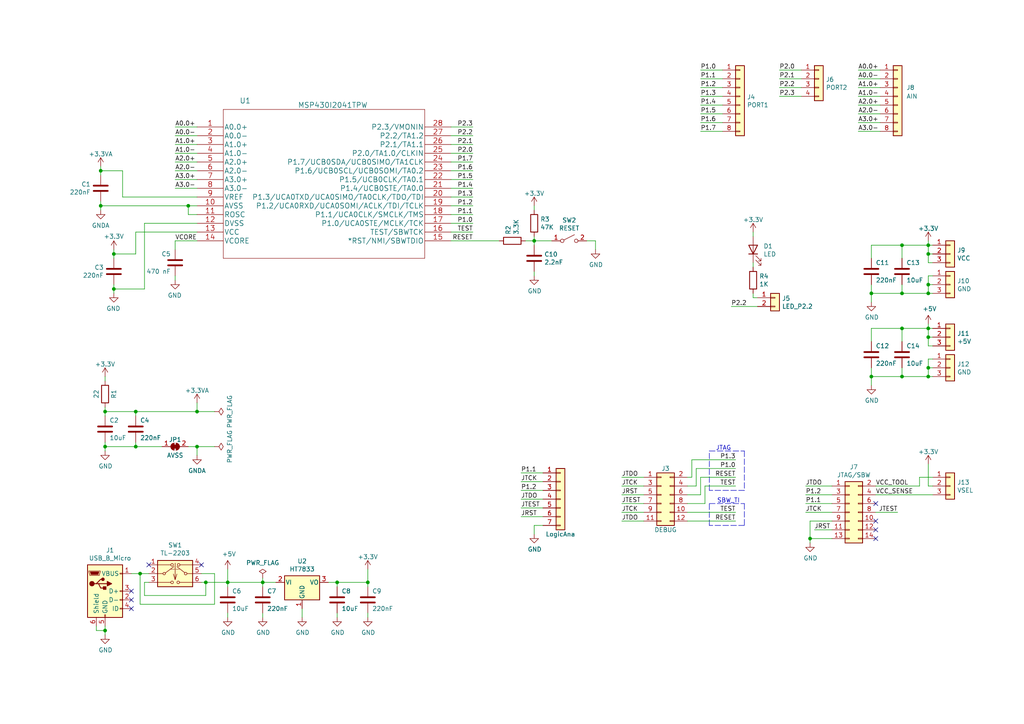
<source format=kicad_sch>
(kicad_sch (version 20211123) (generator eeschema)
  (paper "A4")
  (title_block (title "MSP430I2041 Proto board") (date "2022-09-14") (rev "1.0") (company "Mathias Gruber"))
  (lib_symbols
    (symbol "Connector:USB_B_Micro" (pin_names (offset 1.016))
      (property "Reference" "J" (at -5.08 11.43 0))
      (property "Value" "USB_B_Micro" (at -5.08 8.89 0))
      (symbol "USB_B_Micro_1_1"
        (pin power_out line (at 7.62 5.08 180) (length 2.54) (name "VBUS") (number "1"))
        (pin bidirectional line (at 7.62 -2.54 180) (length 2.54) (name "D-") (number "2"))
        (pin bidirectional line (at 7.62 0 180) (length 2.54) (name "D+") (number "3"))
        (pin passive line (at 7.62 -5.08 180) (length 2.54) (name "ID") (number "4"))
        (pin power_out line (at 0 -10.16 90) (length 2.54) (name "GND") (number "5"))
        (pin passive line (at -2.54 -10.16 90) (length 2.54) (name "Shield") (number "6"))
      )
    )
    (symbol "Connector_Generic:Conn_01x02" (pin_names (offset 1.016) hide)
      (property "Reference" "J" (at 0 2.54 0))
      (property "Value" "Conn_01x02" (at 0 -5.08 0))
      (symbol "Conn_01x02_1_1"
        (pin passive line (at -5.08 0 0) (length 3.81) (name "Pin_1") (number "1"))
        (pin passive line (at -5.08 -2.54 0) (length 3.81) (name "Pin_2") (number "2"))
      )
    )
    (symbol "Connector_Generic:Conn_01x03" (pin_names (offset 1.016) hide)
      (property "Reference" "J" (at 0 5.08 0))
      (property "Value" "Conn_01x03" (at 0 -5.08 0))
      (symbol "Conn_01x03_1_1"
        (pin passive line (at -5.08 2.54 0) (length 3.81) (name "Pin_1") (number "1"))
        (pin passive line (at -5.08 0 0) (length 3.81) (name "Pin_2") (number "2"))
        (pin passive line (at -5.08 -2.54 0) (length 3.81) (name "Pin_3") (number "3"))
      )
    )
    (symbol "Connector_Generic:Conn_01x04" (pin_names (offset 1.016) hide)
      (property "Reference" "J" (at 0 5.08 0))
      (property "Value" "Conn_01x04" (at 0 -7.62 0))
      (symbol "Conn_01x04_1_1"
        (pin passive line (at -5.08 2.54 0) (length 3.81) (name "Pin_1") (number "1"))
        (pin passive line (at -5.08 0 0) (length 3.81) (name "Pin_2") (number "2"))
        (pin passive line (at -5.08 -2.54 0) (length 3.81) (name "Pin_3") (number "3"))
        (pin passive line (at -5.08 -5.08 0) (length 3.81) (name "Pin_4") (number "4"))
      )
    )
    (symbol "Connector_Generic:Conn_01x07" (pin_names (offset 1.016) hide)
      (property "Reference" "J" (at 0 10.16 0))
      (property "Value" "Conn_01x07" (at 0 -10.16 0))
      (symbol "Conn_01x07_1_1"
        (pin passive line (at -5.08 7.62 0) (length 3.81) (name "Pin_1") (number "1"))
        (pin passive line (at -5.08 5.08 0) (length 3.81) (name "Pin_2") (number "2"))
        (pin passive line (at -5.08 2.54 0) (length 3.81) (name "Pin_3") (number "3"))
        (pin passive line (at -5.08 0 0) (length 3.81) (name "Pin_4") (number "4"))
        (pin passive line (at -5.08 -2.54 0) (length 3.81) (name "Pin_5") (number "5"))
        (pin passive line (at -5.08 -5.08 0) (length 3.81) (name "Pin_6") (number "6"))
        (pin passive line (at -5.08 -7.62 0) (length 3.81) (name "Pin_7") (number "7"))
      )
    )
    (symbol "Connector_Generic:Conn_01x08" (pin_names (offset 1.016) hide)
      (property "Reference" "J" (at 0 10.16 0))
      (property "Value" "Conn_01x08" (at 0 -12.7 0))
      (symbol "Conn_01x08_1_1"
        (pin passive line (at -5.08 7.62 0) (length 3.81) (name "Pin_1") (number "1"))
        (pin passive line (at -5.08 5.08 0) (length 3.81) (name "Pin_2") (number "2"))
        (pin passive line (at -5.08 2.54 0) (length 3.81) (name "Pin_3") (number "3"))
        (pin passive line (at -5.08 0 0) (length 3.81) (name "Pin_4") (number "4"))
        (pin passive line (at -5.08 -2.54 0) (length 3.81) (name "Pin_5") (number "5"))
        (pin passive line (at -5.08 -5.08 0) (length 3.81) (name "Pin_6") (number "6"))
        (pin passive line (at -5.08 -7.62 0) (length 3.81) (name "Pin_7") (number "7"))
        (pin passive line (at -5.08 -10.16 0) (length 3.81) (name "Pin_8") (number "8"))
      )
    )
    (symbol "Connector_Generic:Conn_02x06_Odd_Even" (pin_names (offset 1.016) hide)
      (property "Reference" "J" (at 1.27 7.62 0))
      (property "Value" "Conn_02x06_Odd_Even" (at 1.27 -10.16 0))
      (symbol "Conn_02x06_Odd_Even_1_1"
        (pin passive line (at -5.08 5.08 0) (length 3.81) (name "Pin_1") (number "1"))
        (pin passive line (at 7.62 -5.08 180) (length 3.81) (name "Pin_10") (number "10"))
        (pin passive line (at -5.08 -7.62 0) (length 3.81) (name "Pin_11") (number "11"))
        (pin passive line (at 7.62 -7.62 180) (length 3.81) (name "Pin_12") (number "12"))
        (pin passive line (at 7.62 5.08 180) (length 3.81) (name "Pin_2") (number "2"))
        (pin passive line (at -5.08 2.54 0) (length 3.81) (name "Pin_3") (number "3"))
        (pin passive line (at 7.62 2.54 180) (length 3.81) (name "Pin_4") (number "4"))
        (pin passive line (at -5.08 0 0) (length 3.81) (name "Pin_5") (number "5"))
        (pin passive line (at 7.62 0 180) (length 3.81) (name "Pin_6") (number "6"))
        (pin passive line (at -5.08 -2.54 0) (length 3.81) (name "Pin_7") (number "7"))
        (pin passive line (at 7.62 -2.54 180) (length 3.81) (name "Pin_8") (number "8"))
        (pin passive line (at -5.08 -5.08 0) (length 3.81) (name "Pin_9") (number "9"))
      )
    )
    (symbol "Connector_Generic:Conn_02x07_Odd_Even" (pin_names (offset 1.016) hide)
      (property "Reference" "J" (at 1.27 10.16 0))
      (property "Value" "Conn_02x07_Odd_Even" (at 1.27 -10.16 0))
      (symbol "Conn_02x07_Odd_Even_1_1"
        (pin passive line (at -5.08 7.62 0) (length 3.81) (name "Pin_1") (number "1"))
        (pin passive line (at 7.62 -2.54 180) (length 3.81) (name "Pin_10") (number "10"))
        (pin passive line (at -5.08 -5.08 0) (length 3.81) (name "Pin_11") (number "11"))
        (pin passive line (at 7.62 -5.08 180) (length 3.81) (name "Pin_12") (number "12"))
        (pin passive line (at -5.08 -7.62 0) (length 3.81) (name "Pin_13") (number "13"))
        (pin passive line (at 7.62 -7.62 180) (length 3.81) (name "Pin_14") (number "14"))
        (pin passive line (at 7.62 7.62 180) (length 3.81) (name "Pin_2") (number "2"))
        (pin passive line (at -5.08 5.08 0) (length 3.81) (name "Pin_3") (number "3"))
        (pin passive line (at 7.62 5.08 180) (length 3.81) (name "Pin_4") (number "4"))
        (pin passive line (at -5.08 2.54 0) (length 3.81) (name "Pin_5") (number "5"))
        (pin passive line (at 7.62 2.54 180) (length 3.81) (name "Pin_6") (number "6"))
        (pin passive line (at -5.08 0 0) (length 3.81) (name "Pin_7") (number "7"))
        (pin passive line (at 7.62 0 180) (length 3.81) (name "Pin_8") (number "8"))
        (pin passive line (at -5.08 -2.54 0) (length 3.81) (name "Pin_9") (number "9"))
      )
    )
    (symbol "Device:C" (pin_numbers hide) (pin_names (offset 0.254))
      (property "Reference" "C" (at 0.635 2.54 0))
      (property "Value" "C" (at 0.635 -2.54 0))
      (symbol "C_1_1"
        (pin passive line (at 0 3.81 270) (length 2.794) (name "~") (number "1"))
        (pin passive line (at 0 -3.81 90) (length 2.794) (name "~") (number "2"))
      )
    )
    (symbol "Device:LED" (pin_numbers hide) (pin_names (offset 1.016) hide)
      (property "Reference" "D" (at 0 2.54 0))
      (property "Value" "LED" (at 0 -2.54 0))
      (symbol "LED_1_1"
        (pin passive line (at -3.81 0 0) (length 2.54) (name "K") (number "1"))
        (pin passive line (at 3.81 0 180) (length 2.54) (name "A") (number "2"))
      )
    )
    (symbol "Device:R" (pin_numbers hide) (pin_names (offset 0))
      (property "Reference" "R" (at 2.032 0 90))
      (property "Value" "R" (at 0 0 90))
      (symbol "R_1_1"
        (pin passive line (at 0 3.81 270) (length 1.27) (name "~") (number "1"))
        (pin passive line (at 0 -3.81 90) (length 1.27) (name "~") (number "2"))
      )
    )
    (symbol "Jumper:SolderJumper_2_Bridged" (pin_names (offset 0) hide)
      (property "Reference" "JP" (at 0 2.032 0))
      (property "Value" "SolderJumper_2_Bridged" (at 0 -2.54 0))
      (symbol "SolderJumper_2_Bridged_1_1"
        (pin passive line (at -3.81 0 0) (length 2.54) (name "A") (number "1"))
        (pin passive line (at 3.81 0 180) (length 2.54) (name "B") (number "2"))
      )
    )
    (symbol "MSP430I2031TPW:MSP430I2041TPW" (pin_names (offset 0.254))
      (property "Reference" "U" (at 15.24 6.35 0))
      (property "Value" "MSP430I2041TPW" (at 38.1 7.62 0))
      (symbol "MSP430I2041TPW_1_1"
        (pin input line (at 0 0 0) (length 7.62) (name "A0.0+") (number "1"))
        (pin power_in line (at 0 -22.86 0) (length 7.62) (name "AVSS") (number "10"))
        (pin input line (at 0 -25.4 0) (length 7.62) (name "ROSC") (number "11"))
        (pin power_in line (at 0 -27.94 0) (length 7.62) (name "DVSS") (number "12"))
        (pin power_in line (at 0 -30.48 0) (length 7.62) (name "VCC") (number "13"))
        (pin power_out line (at 0 -33.02 0) (length 7.62) (name "VCORE") (number "14"))
        (pin bidirectional line (at 73.66 -33.02 180) (length 7.62) (name "*RST/NMI/SBWTDIO") (number "15"))
        (pin input line (at 73.66 -30.48 180) (length 7.62) (name "TEST/SBWTCK") (number "16"))
        (pin bidirectional line (at 73.66 -27.94 180) (length 7.62) (name "P1.0/UCA0STE/MCLK/TCK") (number "17"))
        (pin bidirectional line (at 73.66 -25.4 180) (length 7.62) (name "P1.1/UCA0CLK/SMCLK/TMS") (number "18"))
        (pin bidirectional line (at 73.66 -22.86 180) (length 7.62) (name "P1.2/UCA0RXD/UCA0SOMI/ACLK/TDI/TCLK") (number "19"))
        (pin input line (at 0 -2.54 0) (length 7.62) (name "A0.0-") (number "2"))
        (pin bidirectional line (at 73.66 -20.32 180) (length 7.62) (name "P1.3/UCA0TXD/UCA0SIMO/TA0CLK/TDO/TDI") (number "20"))
        (pin bidirectional line (at 73.66 -17.78 180) (length 7.62) (name "P1.4/UCB0STE/TA0.0") (number "21"))
        (pin bidirectional line (at 73.66 -15.24 180) (length 7.62) (name "P1.5/UCB0CLK/TA0.1") (number "22"))
        (pin bidirectional line (at 73.66 -12.7 180) (length 7.62) (name "P1.6/UCB0SCL/UCB0SOMI/TA0.2") (number "23"))
        (pin bidirectional line (at 73.66 -10.16 180) (length 7.62) (name "P1.7/UCB0SDA/UCB0SIMO/TA1CLK") (number "24"))
        (pin bidirectional line (at 73.66 -7.62 180) (length 7.62) (name "P2.0/TA1.0/CLKIN") (number "25"))
        (pin bidirectional line (at 73.66 -5.08 180) (length 7.62) (name "P2.1/TA1.1") (number "26"))
        (pin bidirectional line (at 73.66 -2.54 180) (length 7.62) (name "P2.2/TA1.2") (number "27"))
        (pin bidirectional line (at 73.66 0 180) (length 7.62) (name "P2.3/VMONIN") (number "28"))
        (pin input line (at 0 -5.08 0) (length 7.62) (name "A1.0+") (number "3"))
        (pin input line (at 0 -7.62 0) (length 7.62) (name "A1.0-") (number "4"))
        (pin input line (at 0 -10.16 0) (length 7.62) (name "A2.0+") (number "5"))
        (pin input line (at 0 -12.7 0) (length 7.62) (name "A2.0-") (number "6"))
        (pin input line (at 0 -15.24 0) (length 7.62) (name "A3.0+") (number "7"))
        (pin input line (at 0 -17.78 0) (length 7.62) (name "A3.0-") (number "8"))
        (pin power_in line (at 0 -20.32 0) (length 7.62) (name "VREF") (number "9"))
      )
    )
    (symbol "Regulator_Linear:MCP1703A-3302_SOT89" (pin_names (offset 0.254))
      (property "Reference" "U" (at -3.81 3.175 0))
      (property "Value" "MCP1703A-3302_SOT89" (at 0 3.175 0))
      (symbol "MCP1703A-3302_SOT89_1_1"
        (pin power_in line (at 0 -7.62 90) (length 2.54) (name "GND") (number "1"))
        (pin power_in line (at -7.62 0 0) (length 2.54) (name "VI") (number "2"))
        (pin power_out line (at 7.62 0 180) (length 2.54) (name "VO") (number "3"))
      )
    )
    (symbol "Switch:SW_SPST" (pin_names (offset 0) hide)
      (property "Reference" "SW" (at 0 3.175 0))
      (property "Value" "SW_SPST" (at 0 -2.54 0))
      (symbol "SW_SPST_1_1"
        (pin passive line (at -5.08 0 0) (length 2.54) (name "A") (number "1"))
        (pin passive line (at 5.08 0 180) (length 2.54) (name "B") (number "2"))
      )
    )
    (symbol "TL-2203:TL-2203" (pin_names (offset 1.016))
      (property "Reference" "SW" (at -2.667 4.953 0))
      (property "Value" "TL-2203" (at -3.81 -5.08 0))
      (symbol "TL-2203_1_1"
        (pin passive line (at -7.62 2.54 0) (length 2.54) (name "~") (number "1"))
        (pin passive line (at -7.62 0 0) (length 2.54) (name "~") (number "2"))
        (pin passive line (at -7.62 -2.54 0) (length 2.54) (name "~") (number "3"))
        (pin passive line (at 7.62 2.54 180) (length 2.54) (name "~") (number "4"))
        (pin passive line (at 7.62 0 180) (length 2.54) (name "~") (number "5"))
        (pin passive line (at 7.62 -2.54 180) (length 2.54) (name "~") (number "6"))
      )
    )
    (symbol "power:+3.3V" (power) (pin_names (offset 0))
      (property "Value" "+3.3V" (at 0 3.556 0))
      (symbol "+3.3V_1_1"
        (pin power_in line (at 0 0 90) (length 0) hide (name "+3.3V") (number "1"))
      )
    )
    (symbol "power:+3.3VA" (power) (pin_names (offset 0))
      (property "Value" "+3.3VA" (at 0 3.556 0))
      (symbol "+3.3VA_1_1"
        (pin power_in line (at 0 0 90) (length 0) hide (name "+3.3VA") (number "1"))
      )
    )
    (symbol "power:+5V" (power) (pin_names (offset 0))
      (property "Value" "+5V" (at 0 3.556 0))
      (symbol "+5V_1_1"
        (pin power_in line (at 0 0 90) (length 0) hide (name "+5V") (number "1"))
      )
    )
    (symbol "power:GND" (power) (pin_names (offset 0))
      (property "Value" "GND" (at 0 -3.81 0))
      (symbol "GND_1_1"
        (pin power_in line (at 0 0 270) (length 0) hide (name "GND") (number "1"))
      )
    )
    (symbol "power:GNDA" (power) (pin_names (offset 0))
      (property "Value" "GNDA" (at 0 -3.81 0))
      (symbol "GNDA_1_1"
        (pin power_in line (at 0 0 270) (length 0) hide (name "GNDA") (number "1"))
      )
    )
    (symbol "power:PWR_FLAG" (power) (pin_numbers hide) (pin_names (offset 0) hide)
      (property "Value" "PWR_FLAG" (at 0 3.81 0))
      (symbol "PWR_FLAG_0_0"
        (pin power_out line (at 0 0 90) (length 0) (name "pwr") (number "1"))
      )
    )
  )
  (junction (at 261.62 109.22))
  (junction (at 29.21 49.53))
  (junction (at 40.64 166.37))
  (junction (at 54.61 59.69))
  (junction (at 261.62 85.09))
  (junction (at 59.69 168.91))
  (junction (at 57.15 129.54))
  (junction (at 252.73 109.22))
  (junction (at 29.21 59.69))
  (junction (at 252.73 85.09))
  (junction (at 269.24 109.22))
  (junction (at 106.68 168.91))
  (junction (at 30.48 129.54))
  (junction (at 269.24 95.25))
  (junction (at 269.24 106.68))
  (junction (at 66.04 168.91))
  (junction (at 261.62 95.25))
  (junction (at 57.15 119.38))
  (junction (at 234.95 156.21))
  (junction (at 269.24 82.55))
  (junction (at 154.94 69.85))
  (junction (at 269.24 85.09))
  (junction (at 33.02 83.82))
  (junction (at 97.79 168.91))
  (junction (at 269.24 73.66))
  (junction (at 30.48 182.88))
  (junction (at 269.24 97.79))
  (junction (at 261.62 71.12))
  (junction (at 39.37 119.38))
  (junction (at 39.37 129.54))
  (junction (at 269.24 71.12))
  (junction (at 33.02 73.66))
  (junction (at 30.48 119.38))
  (junction (at 76.2 168.91))
  (no_connect (at 254 146.05))
  (no_connect (at 38.1 176.53))
  (no_connect (at 254 151.13))
  (no_connect (at 43.18 163.83))
  (no_connect (at 38.1 173.99))
  (no_connect (at 38.1 171.45))
  (no_connect (at 58.42 163.83))
  (no_connect (at 254 153.67))
  (no_connect (at 254 156.21))
  (wire (pts (xy 151.13 139.7) (xy 157.48 139.7)))
  (wire (pts (xy 57.15 119.38) (xy 62.23 119.38)))
  (wire (pts (xy 41.91 168.91) (xy 41.91 172.72)))
  (wire (pts (xy 57.15 49.53) (xy 50.8 49.53)))
  (wire (pts (xy 39.37 120.65) (xy 39.37 119.38)))
  (wire (pts (xy 30.48 130.81) (xy 30.48 129.54)))
  (wire (pts (xy 270.51 85.09) (xy 269.24 85.09)))
  (wire (pts (xy 29.21 49.53) (xy 35.56 49.53)))
  (wire (pts (xy 130.81 62.23) (xy 137.16 62.23)))
  (wire (pts (xy 199.39 148.59) (xy 213.36 148.59)))
  (wire (pts (xy 269.24 95.25) (xy 269.24 97.79)))
  (wire (pts (xy 218.44 77.47) (xy 218.44 76.2)))
  (wire (pts (xy 218.44 85.09) (xy 218.44 86.36)))
  (wire (pts (xy 232.41 20.32) (xy 226.06 20.32)))
  (wire (pts (xy 269.24 95.25) (xy 261.62 95.25)))
  (wire (pts (xy 59.69 168.91) (xy 66.04 168.91)))
  (wire (pts (xy 270.51 95.25) (xy 269.24 95.25)))
  (wire (pts (xy 130.81 67.31) (xy 137.16 67.31)))
  (polyline (pts (xy 205.74 130.81) (xy 215.9 130.81)))
  (wire (pts (xy 270.51 109.22) (xy 269.24 109.22)))
  (wire (pts (xy 39.37 129.54) (xy 30.48 129.54)))
  (wire (pts (xy 236.22 153.67) (xy 241.3 153.67)))
  (wire (pts (xy 203.2 138.43) (xy 213.36 138.43)))
  (wire (pts (xy 151.13 137.16) (xy 157.48 137.16)))
  (wire (pts (xy 106.68 168.91) (xy 106.68 165.1)))
  (wire (pts (xy 59.69 168.91) (xy 58.42 168.91)))
  (wire (pts (xy 261.62 85.09) (xy 252.73 85.09)))
  (wire (pts (xy 66.04 170.18) (xy 66.04 168.91)))
  (wire (pts (xy 266.7 138.43) (xy 266.7 140.97)))
  (wire (pts (xy 270.51 73.66) (xy 269.24 73.66)))
  (wire (pts (xy 62.23 175.26) (xy 40.64 175.26)))
  (wire (pts (xy 269.24 106.68) (xy 269.24 109.22)))
  (wire (pts (xy 130.81 54.61) (xy 137.16 54.61)))
  (wire (pts (xy 201.93 135.89) (xy 213.36 135.89)))
  (polyline (pts (xy 215.9 146.05) (xy 215.9 152.4)))
  (wire (pts (xy 261.62 82.55) (xy 261.62 85.09)))
  (wire (pts (xy 180.34 138.43) (xy 186.69 138.43)))
  (wire (pts (xy 97.79 177.8) (xy 97.79 179.07)))
  (wire (pts (xy 255.27 33.02) (xy 248.92 33.02)))
  (wire (pts (xy 57.15 129.54) (xy 62.23 129.54)))
  (polyline (pts (xy 205.74 142.24) (xy 205.74 130.81)))
  (wire (pts (xy 57.15 119.38) (xy 57.15 116.84)))
  (wire (pts (xy 204.47 146.05) (xy 204.47 140.97)))
  (wire (pts (xy 29.21 58.42) (xy 29.21 59.69)))
  (wire (pts (xy 203.2 143.51) (xy 203.2 138.43)))
  (wire (pts (xy 157.48 147.32) (xy 151.13 147.32)))
  (wire (pts (xy 209.55 27.94) (xy 203.2 27.94)))
  (wire (pts (xy 57.15 64.77) (xy 41.91 64.77)))
  (wire (pts (xy 200.66 138.43) (xy 200.66 133.35)))
  (wire (pts (xy 27.94 182.88) (xy 30.48 182.88)))
  (wire (pts (xy 57.15 52.07) (xy 50.8 52.07)))
  (wire (pts (xy 180.34 140.97) (xy 186.69 140.97)))
  (wire (pts (xy 59.69 172.72) (xy 59.69 168.91)))
  (wire (pts (xy 106.68 177.8) (xy 106.68 179.07)))
  (wire (pts (xy 27.94 181.61) (xy 27.94 182.88)))
  (wire (pts (xy 209.55 33.02) (xy 203.2 33.02)))
  (wire (pts (xy 234.95 156.21) (xy 234.95 157.48)))
  (wire (pts (xy 97.79 168.91) (xy 95.25 168.91)))
  (wire (pts (xy 29.21 59.69) (xy 54.61 59.69)))
  (wire (pts (xy 269.24 69.85) (xy 269.24 71.12)))
  (wire (pts (xy 269.24 73.66) (xy 269.24 76.2)))
  (wire (pts (xy 40.64 166.37) (xy 43.18 166.37)))
  (wire (pts (xy 41.91 64.77) (xy 41.91 83.82)))
  (polyline (pts (xy 205.74 152.4) (xy 205.74 146.05)))
  (wire (pts (xy 172.72 69.85) (xy 172.72 72.39)))
  (wire (pts (xy 209.55 38.1) (xy 203.2 38.1)))
  (wire (pts (xy 54.61 129.54) (xy 57.15 129.54)))
  (wire (pts (xy 241.3 151.13) (xy 234.95 151.13)))
  (wire (pts (xy 39.37 119.38) (xy 30.48 119.38)))
  (wire (pts (xy 261.62 99.06) (xy 261.62 95.25)))
  (wire (pts (xy 199.39 151.13) (xy 213.36 151.13)))
  (wire (pts (xy 58.42 166.37) (xy 62.23 166.37)))
  (wire (pts (xy 199.39 138.43) (xy 200.66 138.43)))
  (wire (pts (xy 261.62 95.25) (xy 252.73 95.25)))
  (wire (pts (xy 76.2 177.8) (xy 76.2 179.07)))
  (wire (pts (xy 33.02 73.66) (xy 33.02 74.93)))
  (wire (pts (xy 241.3 156.21) (xy 234.95 156.21)))
  (wire (pts (xy 254 140.97) (xy 266.7 140.97)))
  (wire (pts (xy 241.3 143.51) (xy 233.68 143.51)))
  (wire (pts (xy 130.81 57.15) (xy 137.16 57.15)))
  (wire (pts (xy 255.27 25.4) (xy 248.92 25.4)))
  (wire (pts (xy 160.02 69.85) (xy 154.94 69.85)))
  (wire (pts (xy 157.48 152.4) (xy 154.94 152.4)))
  (wire (pts (xy 255.27 35.56) (xy 248.92 35.56)))
  (wire (pts (xy 50.8 69.85) (xy 50.8 72.39)))
  (wire (pts (xy 180.34 143.51) (xy 186.69 143.51)))
  (wire (pts (xy 62.23 166.37) (xy 62.23 175.26)))
  (wire (pts (xy 76.2 170.18) (xy 76.2 168.91)))
  (wire (pts (xy 39.37 67.31) (xy 39.37 73.66)))
  (wire (pts (xy 66.04 168.91) (xy 76.2 168.91)))
  (wire (pts (xy 269.24 109.22) (xy 261.62 109.22)))
  (wire (pts (xy 154.94 69.85) (xy 154.94 71.12)))
  (wire (pts (xy 209.55 30.48) (xy 203.2 30.48)))
  (wire (pts (xy 255.27 22.86) (xy 248.92 22.86)))
  (wire (pts (xy 76.2 168.91) (xy 80.01 168.91)))
  (polyline (pts (xy 205.74 146.05) (xy 215.9 146.05)))
  (wire (pts (xy 255.27 30.48) (xy 248.92 30.48)))
  (wire (pts (xy 254 143.51) (xy 270.51 143.51)))
  (wire (pts (xy 270.51 104.14) (xy 269.24 104.14)))
  (wire (pts (xy 199.39 140.97) (xy 201.93 140.97)))
  (wire (pts (xy 218.44 68.58) (xy 218.44 67.31)))
  (wire (pts (xy 29.21 48.26) (xy 29.21 49.53)))
  (wire (pts (xy 57.15 69.85) (xy 50.8 69.85)))
  (wire (pts (xy 29.21 59.69) (xy 29.21 60.96)))
  (wire (pts (xy 233.68 140.97) (xy 241.3 140.97)))
  (wire (pts (xy 269.24 93.98) (xy 269.24 95.25)))
  (wire (pts (xy 234.95 151.13) (xy 234.95 156.21)))
  (wire (pts (xy 39.37 119.38) (xy 57.15 119.38)))
  (wire (pts (xy 209.55 35.56) (xy 203.2 35.56)))
  (wire (pts (xy 269.24 97.79) (xy 269.24 100.33)))
  (wire (pts (xy 254 148.59) (xy 260.35 148.59)))
  (wire (pts (xy 269.24 80.01) (xy 269.24 82.55)))
  (wire (pts (xy 252.73 85.09) (xy 252.73 82.55)))
  (wire (pts (xy 270.51 71.12) (xy 269.24 71.12)))
  (wire (pts (xy 212.09 88.9) (xy 219.71 88.9)))
  (wire (pts (xy 199.39 143.51) (xy 203.2 143.51)))
  (wire (pts (xy 130.81 39.37) (xy 137.16 39.37)))
  (wire (pts (xy 130.81 36.83) (xy 137.16 36.83)))
  (wire (pts (xy 154.94 80.01) (xy 154.94 78.74)))
  (wire (pts (xy 200.66 133.35) (xy 213.36 133.35)))
  (wire (pts (xy 130.81 69.85) (xy 144.78 69.85)))
  (wire (pts (xy 57.15 41.91) (xy 50.8 41.91)))
  (wire (pts (xy 57.15 39.37) (xy 50.8 39.37)))
  (wire (pts (xy 270.51 82.55) (xy 269.24 82.55)))
  (wire (pts (xy 130.81 49.53) (xy 137.16 49.53)))
  (polyline (pts (xy 215.9 142.24) (xy 205.74 142.24)))
  (wire (pts (xy 87.63 176.53) (xy 87.63 179.07)))
  (wire (pts (xy 204.47 140.97) (xy 213.36 140.97)))
  (wire (pts (xy 154.94 152.4) (xy 154.94 154.94)))
  (wire (pts (xy 201.93 140.97) (xy 201.93 135.89)))
  (wire (pts (xy 232.41 25.4) (xy 226.06 25.4)))
  (polyline (pts (xy 215.9 130.81) (xy 215.9 142.24)))
  (wire (pts (xy 66.04 165.1) (xy 66.04 168.91)))
  (wire (pts (xy 261.62 74.93) (xy 261.62 71.12)))
  (wire (pts (xy 180.34 146.05) (xy 186.69 146.05)))
  (wire (pts (xy 137.16 41.91) (xy 130.81 41.91)))
  (wire (pts (xy 97.79 168.91) (xy 106.68 168.91)))
  (wire (pts (xy 209.55 25.4) (xy 203.2 25.4)))
  (wire (pts (xy 252.73 111.76) (xy 252.73 109.22)))
  (wire (pts (xy 269.24 104.14) (xy 269.24 106.68)))
  (wire (pts (xy 30.48 181.61) (xy 30.48 182.88)))
  (wire (pts (xy 130.81 44.45) (xy 137.16 44.45)))
  (wire (pts (xy 39.37 73.66) (xy 33.02 73.66)))
  (wire (pts (xy 252.73 87.63) (xy 252.73 85.09)))
  (wire (pts (xy 33.02 83.82) (xy 33.02 85.09)))
  (wire (pts (xy 269.24 140.97) (xy 269.24 134.62)))
  (wire (pts (xy 57.15 129.54) (xy 57.15 132.08)))
  (wire (pts (xy 270.51 97.79) (xy 269.24 97.79)))
  (wire (pts (xy 66.04 177.8) (xy 66.04 179.07)))
  (wire (pts (xy 252.73 95.25) (xy 252.73 99.06)))
  (wire (pts (xy 57.15 54.61) (xy 50.8 54.61)))
  (wire (pts (xy 54.61 62.23) (xy 54.61 59.69)))
  (wire (pts (xy 130.81 46.99) (xy 137.16 46.99)))
  (wire (pts (xy 130.81 64.77) (xy 137.16 64.77)))
  (wire (pts (xy 152.4 69.85) (xy 154.94 69.85)))
  (wire (pts (xy 30.48 109.22) (xy 30.48 110.49)))
  (wire (pts (xy 38.1 166.37) (xy 40.64 166.37)))
  (wire (pts (xy 97.79 170.18) (xy 97.79 168.91)))
  (wire (pts (xy 232.41 27.94) (xy 226.06 27.94)))
  (wire (pts (xy 232.41 22.86) (xy 226.06 22.86)))
  (wire (pts (xy 241.3 148.59) (xy 233.68 148.59)))
  (wire (pts (xy 29.21 49.53) (xy 29.21 50.8)))
  (wire (pts (xy 130.81 52.07) (xy 137.16 52.07)))
  (wire (pts (xy 40.64 166.37) (xy 40.64 175.26)))
  (wire (pts (xy 252.73 71.12) (xy 252.73 74.93)))
  (wire (pts (xy 30.48 119.38) (xy 30.48 120.65)))
  (wire (pts (xy 269.24 100.33) (xy 270.51 100.33)))
  (wire (pts (xy 270.51 140.97) (xy 269.24 140.97)))
  (wire (pts (xy 269.24 71.12) (xy 261.62 71.12)))
  (wire (pts (xy 170.18 69.85) (xy 172.72 69.85)))
  (wire (pts (xy 76.2 168.91) (xy 76.2 167.64)))
  (wire (pts (xy 270.51 106.68) (xy 269.24 106.68)))
  (wire (pts (xy 255.27 38.1) (xy 248.92 38.1)))
  (wire (pts (xy 35.56 57.15) (xy 35.56 49.53)))
  (wire (pts (xy 261.62 106.68) (xy 261.62 109.22)))
  (wire (pts (xy 106.68 168.91) (xy 106.68 170.18)))
  (wire (pts (xy 157.48 142.24) (xy 151.13 142.24)))
  (wire (pts (xy 209.55 22.86) (xy 203.2 22.86)))
  (wire (pts (xy 54.61 59.69) (xy 57.15 59.69)))
  (wire (pts (xy 255.27 20.32) (xy 248.92 20.32)))
  (wire (pts (xy 57.15 62.23) (xy 54.61 62.23)))
  (wire (pts (xy 57.15 57.15) (xy 35.56 57.15)))
  (wire (pts (xy 252.73 109.22) (xy 252.73 106.68)))
  (wire (pts (xy 266.7 138.43) (xy 270.51 138.43)))
  (wire (pts (xy 57.15 67.31) (xy 39.37 67.31)))
  (wire (pts (xy 261.62 71.12) (xy 252.73 71.12)))
  (wire (pts (xy 39.37 128.27) (xy 39.37 129.54)))
  (wire (pts (xy 57.15 44.45) (xy 50.8 44.45)))
  (wire (pts (xy 30.48 129.54) (xy 30.48 128.27)))
  (wire (pts (xy 255.27 27.94) (xy 248.92 27.94)))
  (wire (pts (xy 180.34 151.13) (xy 186.69 151.13)))
  (wire (pts (xy 269.24 85.09) (xy 261.62 85.09)))
  (wire (pts (xy 43.18 168.91) (xy 41.91 168.91)))
  (wire (pts (xy 33.02 82.55) (xy 33.02 83.82)))
  (wire (pts (xy 199.39 146.05) (xy 204.47 146.05)))
  (wire (pts (xy 270.51 80.01) (xy 269.24 80.01)))
  (wire (pts (xy 157.48 149.86) (xy 151.13 149.86)))
  (wire (pts (xy 154.94 60.96) (xy 154.94 59.69)))
  (wire (pts (xy 57.15 36.83) (xy 50.8 36.83)))
  (wire (pts (xy 130.81 59.69) (xy 137.16 59.69)))
  (wire (pts (xy 50.8 80.01) (xy 50.8 81.28)))
  (wire (pts (xy 261.62 109.22) (xy 252.73 109.22)))
  (wire (pts (xy 33.02 72.39) (xy 33.02 73.66)))
  (wire (pts (xy 209.55 20.32) (xy 203.2 20.32)))
  (polyline (pts (xy 215.9 152.4) (xy 205.74 152.4)))
  (wire (pts (xy 241.3 146.05) (xy 233.68 146.05)))
  (wire (pts (xy 157.48 144.78) (xy 151.13 144.78)))
  (wire (pts (xy 41.91 172.72) (xy 59.69 172.72)))
  (wire (pts (xy 46.99 129.54) (xy 39.37 129.54)))
  (wire (pts (xy 269.24 71.12) (xy 269.24 73.66)))
  (wire (pts (xy 30.48 182.88) (xy 30.48 184.15)))
  (wire (pts (xy 269.24 82.55) (xy 269.24 85.09)))
  (wire (pts (xy 154.94 68.58) (xy 154.94 69.85)))
  (wire (pts (xy 57.15 46.99) (xy 50.8 46.99)))
  (wire (pts (xy 269.24 76.2) (xy 270.51 76.2)))
  (wire (pts (xy 180.34 148.59) (xy 186.69 148.59)))
  (wire (pts (xy 219.71 86.36) (xy 218.44 86.36)))
  (wire (pts (xy 41.91 83.82) (xy 33.02 83.82)))
  (wire (pts (xy 30.48 118.11) (xy 30.48 119.38)))
  (text "SBW_TI" (at 214.63 146.05 180) (effects (font (size 1.27 1.27)) (justify right bottom)))
  (text "JTAG" (at 212.09 130.81 180) (effects (font (size 1.27 1.27)) (justify right bottom)))
  (label "P1.6" (at 203.2 35.56 0))
  (label "P1.7" (at 137.16 46.99 180))
  (label "P2.0" (at 137.16 44.45 180))
  (label "RESET" (at 213.36 151.13 180))
  (label "A2.0+" (at 248.92 30.48 0))
  (label "JTCK" (at 180.34 148.59 0))
  (label "TEST" (at 137.16 67.31 180))
  (label "P1.7" (at 203.2 38.1 0))
  (label "A3.0+" (at 50.8 52.07 0))
  (label "P1.3" (at 213.36 133.35 180))
  (label "JTDO" (at 180.34 151.13 0))
  (label "P1.0" (at 203.2 20.32 0))
  (label "JTCK" (at 151.13 139.7 0))
  (label "RESET" (at 137.16 69.85 180))
  (label "P1.1" (at 203.2 22.86 0))
  (label "P1.1" (at 233.68 146.05 0))
  (label "A1.0-" (at 50.8 44.45 0))
  (label "P1.5" (at 137.16 52.07 180))
  (label "P1.2" (at 233.68 143.51 0))
  (label "A1.0+" (at 248.92 25.4 0))
  (label "P2.3" (at 226.06 27.94 0))
  (label "P1.2" (at 203.2 25.4 0))
  (label "A3.0-" (at 50.8 54.61 0))
  (label "P1.5" (at 203.2 33.02 0))
  (label "A2.0-" (at 248.92 33.02 0))
  (label "P2.2" (at 226.06 25.4 0))
  (label "JRST" (at 151.13 149.86 0))
  (label "JRST" (at 236.22 153.67 0))
  (label "P2.1" (at 226.06 22.86 0))
  (label "VCC_SENSE" (at 254 143.51 0))
  (label "A1.0+" (at 50.8 41.91 0))
  (label "JTDO" (at 233.68 140.97 0))
  (label "A0.0+" (at 50.8 36.83 0))
  (label "A3.0-" (at 248.92 38.1 0))
  (label "P1.0" (at 213.36 135.89 180))
  (label "TEST" (at 213.36 140.97 180))
  (label "A3.0+" (at 248.92 35.56 0))
  (label "JTEST" (at 260.35 148.59 180))
  (label "VCORE" (at 50.8 69.85 0))
  (label "A0.0-" (at 248.92 22.86 0))
  (label "JTCK" (at 180.34 140.97 0))
  (label "P1.1" (at 151.13 137.16 0))
  (label "JTDO" (at 151.13 144.78 0))
  (label "A0.0+" (at 248.92 20.32 0))
  (label "P1.2" (at 151.13 142.24 0))
  (label "JTEST" (at 180.34 146.05 0))
  (label "VCC_TOOL" (at 254 140.97 0))
  (label "JTDO" (at 180.34 138.43 0))
  (label "P1.4" (at 137.16 54.61 180))
  (label "P1.6" (at 137.16 49.53 180))
  (label "A2.0-" (at 50.8 49.53 0))
  (label "JTEST" (at 151.13 147.32 0))
  (label "P2.2" (at 212.09 88.9 0))
  (label "JTCK" (at 233.68 148.59 0))
  (label "P1.2" (at 137.16 59.69 180))
  (label "A0.0-" (at 50.8 39.37 0))
  (label "P1.3" (at 137.16 57.15 180))
  (label "P2.1" (at 137.16 41.91 180))
  (label "P1.1" (at 137.16 62.23 180))
  (label "JRST" (at 180.34 143.51 0))
  (label "TEST" (at 213.36 148.59 180))
  (label "P1.4" (at 203.2 30.48 0))
  (label "RESET" (at 213.36 138.43 180))
  (label "P1.3" (at 203.2 27.94 0))
  (label "A2.0+" (at 50.8 46.99 0))
  (label "A1.0-" (at 248.92 27.94 0))
  (label "P2.0" (at 226.06 20.32 0))
  (label "P2.2" (at 137.16 39.37 180))
  (label "P1.0" (at 137.16 64.77 180))
  (label "P2.3" (at 137.16 36.83 180))
  (symbol (lib_id "Connector:USB_B_Micro") (at 30.48 171.45 0) (unit 1)
    (property "Reference" "J1" (at 31.9278 159.5882 0))
    (property "Value" "USB_B_Micro" (at 31.9278 161.8996 0))
    (property "Footprint" "lib:USB_Micro-B_Molex-105017-0001-handsolder" (effects hide))
    (property "LCSC" "C10418" (effects hide))
    (property "Descr" "1 1A 母座 USB - Micro B 5 USB 2.0 SMD USB Connectors ROHS" (effects hide))
  )
  (symbol (lib_id "Connector_Generic:Conn_02x07_Odd_Even") (at 246.38 148.59 0) (unit 1)
    (property "Reference" "J7" (at 247.65 135.4582 0))
    (property "Value" "JTAG/SBW" (at 247.65 137.7696 0))
    (property "Footprint" "Connector_IDC:IDC-Header_2x07_P2.54mm_Vertical" (effects hide))
  )
  (symbol (lib_id "power:+5V") (at 66.04 165.1 0) (unit 1)
    (property "Reference" "#PWR011" (effects hide))
    (property "Value" "+5V" (at 66.421 160.7058 0))
  )
  (symbol (lib_id "Connector_Generic:Conn_01x03") (at 275.59 140.97 0) (unit 1)
    (property "Reference" "J13" (at 277.622 139.9032 0) (effects (justify left)))
    (property "Value" "VSEL" (at 277.622 142.2146 0) (effects (justify left)))
    (property "Footprint" "Connector_PinHeader_2.54mm:PinHeader_1x03_P2.54mm_Vertical" (effects hide))
  )
  (symbol (lib_id "power:GND") (at 234.95 157.48 0) (unit 1)
    (property "Reference" "#PWR023" (effects hide))
    (property "Value" "GND" (at 235.077 161.8742 0))
  )
  (symbol (lib_id "Device:R") (at 154.94 64.77 0) (unit 1)
    (property "Reference" "R3" (at 156.718 63.6016 0) (effects (justify left)))
    (property "Value" "47K" (at 156.718 65.913 0) (effects (justify left)))
    (property "Footprint" "Resistor_SMD:R_0603_1608Metric_Pad0.98x0.95mm_HandSolder" (effects hide))
    (property "Descr" "0603 Chip Resistor - Surface Mount ROHS" (effects hide))
  )
  (symbol (lib_id "Device:C") (at 154.94 74.93 0) (unit 1)
    (property "Reference" "C10" (at 157.861 73.7616 0) (effects (justify left)))
    (property "Value" "2.2nF" (at 157.861 76.073 0) (effects (justify left)))
    (property "Footprint" "Capacitor_SMD:C_0603_1608Metric_Pad1.08x0.95mm_HandSolder" (effects hide))
    (property "Descr" "X7R 2.2nF ±10% 50V 0603 Multilayer Ceramic Capacitors MLCC - SMD/SMT ROHS" (effects hide))
    (property "LCSC" "C1604" (effects hide))
  )
  (symbol (lib_id "power:GND") (at 154.94 80.01 0) (unit 1)
    (property "Reference" "#PWR019" (effects hide))
    (property "Value" "GND" (at 155.067 84.4042 0))
  )
  (symbol (lib_id "power:GND") (at 30.48 184.15 0) (unit 1)
    (property "Reference" "#PWR05" (effects hide))
    (property "Value" "GND" (at 30.607 188.5442 0))
  )
  (symbol (lib_id "Regulator_Linear:MCP1703A-3302_SOT89") (at 87.63 168.91 0) (unit 1)
    (property "Reference" "U2" (at 87.63 162.7632 0))
    (property "Value" "HT7833" (at 87.63 165.0746 0))
    (property "Footprint" "Package_TO_SOT_SMD:SOT-89-3_Handsoldering" (effects hide))
    (property "Datasheet" "http://ww1.microchip.com/downloads/en/DeviceDoc/20005122B.pdf" (effects hide))
    (property "LCSC" "C14289" (effects hide))
    (property "Descr" "SOT-89(SOT-89-3) Linear Voltage Regulators (LDO) ROHS" (effects hide))
  )
  (symbol (lib_id "Device:C") (at 33.02 78.74 0) (mirror y) (unit 1)
    (property "Reference" "C3" (at 30.099 77.5716 0) (effects (justify left)))
    (property "Value" "220nF" (at 30.099 79.883 0) (effects (justify left)))
    (property "Footprint" "Capacitor_SMD:C_0603_1608Metric_Pad1.08x0.95mm_HandSolder" (effects hide))
    (property "LCSC" "C21120" (effects hide))
    (property "Descr" "0603 Multilayer Ceramic Capacitors MLCC - SMD/SMT ROHS" (effects hide))
  )
  (symbol (lib_id "power:GND") (at 33.02 85.09 0) (mirror y) (unit 1)
    (property "Reference" "#PWR07" (effects hide))
    (property "Value" "GND" (at 32.893 89.4842 0))
  )
  (symbol (lib_id "Device:C") (at 76.2 173.99 0) (unit 1)
    (property "Reference" "C7" (at 77.47 171.45 0) (effects (justify left)))
    (property "Value" "220nF" (at 77.47 176.53 0) (effects (justify left)))
    (property "Footprint" "Capacitor_SMD:C_0603_1608Metric_Pad1.08x0.95mm_HandSolder" (effects hide))
    (property "LCSC" "C21120" (effects hide))
    (property "Descr" "0603 Multilayer Ceramic Capacitors MLCC - SMD/SMT ROHS" (effects hide))
  )
  (symbol (lib_id "Device:C") (at 66.04 173.99 0) (unit 1)
    (property "Reference" "C6" (at 67.31 171.45 0) (effects (justify left)))
    (property "Value" "10uF" (at 67.31 176.53 0) (effects (justify left)))
    (property "Footprint" "Capacitor_SMD:C_0603_1608Metric_Pad1.08x0.95mm_HandSolder" (effects hide))
    (property "Descr" "0603 Multilayer Ceramic Capacitors MLCC - SMD/SMT ROHS" (effects hide))
    (property "LCSC" "C19702" (effects hide))
  )
  (symbol (lib_id "MSP430I2031TPW:MSP430I2041TPW") (at 57.15 36.83 0) (unit 1)
    (property "Reference" "U1" (at 71.12 29.21 0) (effects (font (size 1.524 1.524))))
    (property "Value" "MSP430I2041TPW" (at 96.52 30.48 0) (effects (font (size 1.524 1.524))))
    (property "Footprint" "Package_SO:TSSOP-28_4.4x9.7mm_P0.65mm" (effects hide))
  )
  (symbol (lib_id "Device:C") (at 39.37 124.46 0) (unit 1)
    (property "Reference" "C4" (at 40.64 121.92 0) (effects (justify left)))
    (property "Value" "220nF" (at 40.64 127 0) (effects (justify left)))
    (property "Footprint" "Capacitor_SMD:C_0603_1608Metric_Pad1.08x0.95mm_HandSolder" (effects hide))
    (property "LCSC" "C21120" (effects hide))
    (property "Descr" "0603 Multilayer Ceramic Capacitors MLCC - SMD/SMT ROHS" (effects hide))
  )
  (symbol (lib_id "Switch:SW_SPST") (at 165.1 69.85 0) (unit 1)
    (property "Reference" "SW2" (at 165.1 63.881 0))
    (property "Value" "RESET" (at 165.1 66.1924 0))
    (property "Footprint" "lib:SW_Push_SPST_NO_Alps_SKRK_handsolder" (effects hide))
    (property "LCSC" "C720477" (effects hide))
    (property "Descr" "SMD,3×4×2.0mm Tactile Switches ROHS" (effects hide))
  )
  (symbol (lib_id "Connector_Generic:Conn_01x08") (at 214.63 27.94 0) (unit 1)
    (property "Reference" "J4" (at 216.662 28.1432 0) (effects (justify left)))
    (property "Value" "PORT1" (at 216.662 30.4546 0) (effects (justify left)))
    (property "Footprint" "Connector_PinHeader_2.54mm:PinHeader_1x08_P2.54mm_Vertical" (effects hide))
  )
  (symbol (lib_id "power:GND") (at 172.72 72.39 0) (unit 1)
    (property "Reference" "#PWR021" (effects hide))
    (property "Value" "GND" (at 172.847 76.7842 0))
  )
  (symbol (lib_id "Connector_Generic:Conn_01x04") (at 237.49 22.86 0) (unit 1)
    (property "Reference" "J6" (at 239.522 23.0632 0) (effects (justify left)))
    (property "Value" "PORT2" (at 239.522 25.3746 0) (effects (justify left)))
    (property "Footprint" "Connector_PinHeader_2.54mm:PinHeader_1x04_P2.54mm_Vertical" (effects hide))
  )
  (symbol (lib_id "Connector_Generic:Conn_01x08") (at 260.35 27.94 0) (unit 1)
    (property "Reference" "J8" (at 262.89 25.4 0) (effects (justify left)))
    (property "Value" "AIN" (at 262.89 27.94 0) (effects (justify left)))
    (property "Footprint" "Connector_PinHeader_2.54mm:PinHeader_1x08_P2.54mm_Vertical" (effects hide))
  )
  (symbol (lib_id "power:GND") (at 87.63 179.07 0) (unit 1)
    (property "Reference" "#PWR014" (effects hide))
    (property "Value" "GND" (at 87.757 183.4642 0))
  )
  (symbol (lib_id "power:GND") (at 76.2 179.07 0) (unit 1)
    (property "Reference" "#PWR013" (effects hide))
    (property "Value" "GND" (at 76.327 183.4642 0))
  )
  (symbol (lib_id "power:GND") (at 66.04 179.07 0) (unit 1)
    (property "Reference" "#PWR012" (effects hide))
    (property "Value" "GND" (at 66.167 183.4642 0))
  )
  (symbol (lib_id "Connector_Generic:Conn_01x07") (at 162.56 144.78 0) (unit 1)
    (property "Reference" "J2" (effects hide))
    (property "Value" "LogicAna" (at 162.56 154.94 0))
    (property "Footprint" "Connector_PinHeader_2.54mm:PinHeader_1x07_P2.54mm_Vertical" (effects hide))
  )
  (symbol (lib_id "Device:C") (at 30.48 124.46 0) (unit 1)
    (property "Reference" "C2" (at 31.75 121.92 0) (effects (justify left)))
    (property "Value" "10uF" (at 31.75 127 0) (effects (justify left)))
    (property "Footprint" "Capacitor_SMD:C_0603_1608Metric_Pad1.08x0.95mm_HandSolder" (effects hide))
    (property "Descr" "0603 Multilayer Ceramic Capacitors MLCC - SMD/SMT ROHS" (effects hide))
    (property "LCSC" "C19702" (effects hide))
  )
  (symbol (lib_id "Device:C") (at 97.79 173.99 0) (unit 1)
    (property "Reference" "C8" (at 99.06 171.45 0) (effects (justify left)))
    (property "Value" "10uF" (at 99.06 176.53 0) (effects (justify left)))
    (property "Footprint" "Capacitor_SMD:C_0603_1608Metric_Pad1.08x0.95mm_HandSolder" (effects hide))
    (property "Descr" "0603 Multilayer Ceramic Capacitors MLCC - SMD/SMT ROHS" (effects hide))
    (property "LCSC" "C19702" (effects hide))
  )
  (symbol (lib_id "Device:C") (at 106.68 173.99 0) (unit 1)
    (property "Reference" "C9" (at 107.95 171.45 0) (effects (justify left)))
    (property "Value" "220nF" (at 107.95 176.53 0) (effects (justify left)))
    (property "Footprint" "Capacitor_SMD:C_0603_1608Metric_Pad1.08x0.95mm_HandSolder" (effects hide))
    (property "LCSC" "C21120" (effects hide))
    (property "Descr" "0603 Multilayer Ceramic Capacitors MLCC - SMD/SMT ROHS" (effects hide))
  )
  (symbol (lib_id "Connector_Generic:Conn_02x06_Odd_Even") (at 191.77 143.51 0) (unit 1)
    (property "Reference" "J3" (at 193.04 135.89 0))
    (property "Value" "DEBUG" (at 193.04 153.67 0))
    (property "Footprint" "Connector_PinHeader_2.54mm:PinHeader_2x06_P2.54mm_Vertical" (effects hide))
  )
  (symbol (lib_id "power:GND") (at 97.79 179.07 0) (unit 1)
    (property "Reference" "#PWR015" (effects hide))
    (property "Value" "GND" (at 97.917 183.4642 0))
  )
  (symbol (lib_id "power:GND") (at 106.68 179.07 0) (unit 1)
    (property "Reference" "#PWR017" (effects hide))
    (property "Value" "GND" (at 106.807 183.4642 0))
  )
  (symbol (lib_id "Device:R") (at 218.44 81.28 0) (unit 1)
    (property "Reference" "R4" (at 220.218 80.1116 0) (effects (justify left)))
    (property "Value" "1K" (at 220.218 82.423 0) (effects (justify left)))
    (property "Footprint" "Resistor_SMD:R_0603_1608Metric_Pad0.98x0.95mm_HandSolder" (effects hide))
    (property "Descr" "0603 Chip Resistor - Surface Mount ROHS" (effects hide))
    (property "LCSC" "C21190" (effects hide))
  )
  (symbol (lib_id "Device:LED") (at 218.44 72.39 90) (unit 1)
    (property "Reference" "D1" (at 221.4372 71.3994 90) (effects (justify right)))
    (property "Value" "LED" (at 221.4372 73.7108 90) (effects (justify right)))
    (property "Footprint" "LED_SMD:LED_0603_1608Metric_Pad1.05x0.95mm_HandSolder" (effects hide))
    (property "LCSC" "C72038" (effects hide))
    (property "Descr" "585.5~591.5nm 0603 Light Emitting Diodes (LED) ROHS" (effects hide))
  )
  (symbol (lib_id "Device:R") (at 30.48 114.3 0) (unit 1)
    (property "Reference" "R1" (at 33.02 114.3 90))
    (property "Value" "22" (at 27.94 114.3 90))
    (property "Footprint" "Resistor_SMD:R_0603_1608Metric_Pad0.98x0.95mm_HandSolder" (effects hide))
    (property "Descr" "±1% ±200ppm/℃ 0.1W 22Ω 0603 Chip Resistor - Surface Mount ROHS" (effects hide))
    (property "LCSC" "C23345" (effects hide))
  )
  (symbol (lib_id "Connector_Generic:Conn_01x02") (at 224.79 86.36 0) (unit 1)
    (property "Reference" "J5" (at 226.822 86.5632 0) (effects (justify left)))
    (property "Value" "LED_P2.2" (at 226.822 88.8746 0) (effects (justify left)))
    (property "Footprint" "Connector_PinHeader_2.54mm:PinHeader_1x02_P2.54mm_Vertical" (effects hide))
  )
  (symbol (lib_id "TL-2203:TL-2203") (at 50.8 166.37 0) (unit 1)
    (property "Reference" "SW1" (at 50.8 158.115 0))
    (property "Value" "TL-2203" (at 50.8 160.4264 0))
    (property "Footprint" "lib:TL-2203" (effects hide))
  )
  (symbol (lib_id "power:PWR_FLAG") (at 76.2 167.64 0) (unit 1)
    (property "Reference" "#FLG03" (effects hide))
    (property "Value" "PWR_FLAG" (at 76.2 163.2458 0))
  )
  (symbol (lib_id "Connector_Generic:Conn_01x03") (at 275.59 82.55 0) (unit 1)
    (property "Reference" "J10" (at 277.622 81.4832 0) (effects (justify left)))
    (property "Value" "GND" (at 277.622 83.7946 0) (effects (justify left)))
    (property "Footprint" "Connector_PinHeader_2.54mm:PinHeader_1x03_P2.54mm_Vertical" (effects hide))
  )
  (symbol (lib_id "Connector_Generic:Conn_01x03") (at 275.59 106.68 0) (unit 1)
    (property "Reference" "J12" (at 277.622 105.6132 0) (effects (justify left)))
    (property "Value" "GND" (at 277.622 107.9246 0) (effects (justify left)))
    (property "Footprint" "Connector_PinHeader_2.54mm:PinHeader_1x03_P2.54mm_Vertical" (effects hide))
  )
  (symbol (lib_id "Connector_Generic:Conn_01x03") (at 275.59 73.66 0) (unit 1)
    (property "Reference" "J9" (at 277.622 72.5932 0) (effects (justify left)))
    (property "Value" "VCC" (at 277.622 74.9046 0) (effects (justify left)))
    (property "Footprint" "Connector_PinHeader_2.54mm:PinHeader_1x03_P2.54mm_Vertical" (effects hide))
  )
  (symbol (lib_id "power:GND") (at 252.73 87.63 0) (unit 1)
    (property "Reference" "#PWR024" (effects hide))
    (property "Value" "GND" (at 252.857 92.0242 0))
  )
  (symbol (lib_id "power:GND") (at 252.73 111.76 0) (unit 1)
    (property "Reference" "#PWR025" (effects hide))
    (property "Value" "GND" (at 252.857 116.1542 0))
  )
  (symbol (lib_id "power:GND") (at 30.48 130.81 0) (unit 1)
    (property "Reference" "#PWR04" (effects hide))
    (property "Value" "GND" (at 30.607 135.2042 0))
  )
  (symbol (lib_id "Connector_Generic:Conn_01x03") (at 275.59 97.79 0) (unit 1)
    (property "Reference" "J11" (at 277.622 96.7232 0) (effects (justify left)))
    (property "Value" "+5V" (at 277.622 99.0346 0) (effects (justify left)))
    (property "Footprint" "Connector_PinHeader_2.54mm:PinHeader_1x03_P2.54mm_Vertical" (effects hide))
  )
  (symbol (lib_id "power:+5V") (at 269.24 93.98 0) (unit 1)
    (property "Reference" "#PWR027" (effects hide))
    (property "Value" "+5V" (at 269.621 89.5858 0))
  )
  (symbol (lib_id "Device:C") (at 261.62 78.74 0) (unit 1)
    (property "Reference" "C13" (at 262.89 76.2 0) (effects (justify left)))
    (property "Value" "10uF" (at 262.89 81.28 0) (effects (justify left)))
    (property "Footprint" "Capacitor_SMD:C_0603_1608Metric_Pad1.08x0.95mm_HandSolder" (effects hide))
    (property "Descr" "0603 Multilayer Ceramic Capacitors MLCC - SMD/SMT ROHS" (effects hide))
    (property "LCSC" "C19702" (effects hide))
  )
  (symbol (lib_id "Device:C") (at 252.73 78.74 0) (unit 1)
    (property "Reference" "C11" (at 254 76.2 0) (effects (justify left)))
    (property "Value" "220nF" (at 254 81.28 0) (effects (justify left)))
    (property "Footprint" "Capacitor_SMD:C_0603_1608Metric_Pad1.08x0.95mm_HandSolder" (effects hide))
    (property "LCSC" "C21120" (effects hide))
    (property "Descr" "0603 Multilayer Ceramic Capacitors MLCC - SMD/SMT ROHS" (effects hide))
  )
  (symbol (lib_id "Device:C") (at 261.62 102.87 0) (unit 1)
    (property "Reference" "C14" (at 262.89 100.33 0) (effects (justify left)))
    (property "Value" "10uF" (at 262.89 105.41 0) (effects (justify left)))
    (property "Footprint" "Capacitor_SMD:C_0603_1608Metric_Pad1.08x0.95mm_HandSolder" (effects hide))
    (property "Descr" "0603 Multilayer Ceramic Capacitors MLCC - SMD/SMT ROHS" (effects hide))
    (property "LCSC" "C19702" (effects hide))
  )
  (symbol (lib_id "Device:C") (at 252.73 102.87 0) (unit 1)
    (property "Reference" "C12" (at 254 100.33 0) (effects (justify left)))
    (property "Value" "220nF" (at 254 105.41 0) (effects (justify left)))
    (property "Footprint" "Capacitor_SMD:C_0603_1608Metric_Pad1.08x0.95mm_HandSolder" (effects hide))
    (property "LCSC" "C21120" (effects hide))
    (property "Descr" "0603 Multilayer Ceramic Capacitors MLCC - SMD/SMT ROHS" (effects hide))
  )
  (symbol (lib_id "Device:R") (at 148.59 69.85 90) (unit 1)
    (property "Reference" "R2" (at 147.4216 68.072 0) (effects (justify left)))
    (property "Value" "3.3K" (at 149.733 68.072 0) (effects (justify left)))
    (property "Footprint" "Resistor_SMD:R_0603_1608Metric_Pad0.98x0.95mm_HandSolder" (effects hide))
    (property "Descr" "3.3kΩ ±1% ±100ppm/℃ 0.1W 0603 Chip Resistor - Surface Mount ROHS" (effects hide))
    (property "LCSC" "C22978" (effects hide))
  )
  (symbol (lib_id "Device:C") (at 50.8 76.2 0) (mirror y) (unit 1)
    (property "Reference" "C5" (at 49.53 73.66 0) (effects (justify left)))
    (property "Value" "470 nF" (at 49.53 78.74 0) (effects (justify left)))
    (property "Footprint" "Capacitor_SMD:C_0603_1608Metric_Pad1.08x0.95mm_HandSolder" (effects hide))
  )
  (symbol (lib_id "power:GND") (at 50.8 81.28 0) (mirror y) (unit 1)
    (property "Reference" "#PWR08" (effects hide))
    (property "Value" "GND" (at 50.673 85.6742 0))
  )
  (symbol (lib_id "Device:C") (at 29.21 54.61 0) (mirror y) (unit 1)
    (property "Reference" "C1" (at 26.289 53.4416 0) (effects (justify left)))
    (property "Value" "220nF" (at 26.289 55.753 0) (effects (justify left)))
    (property "Footprint" "Capacitor_SMD:C_0603_1608Metric_Pad1.08x0.95mm_HandSolder" (effects hide))
    (property "LCSC" "C21120" (effects hide))
    (property "Descr" "0603 Multilayer Ceramic Capacitors MLCC - SMD/SMT ROHS" (effects hide))
  )
  (symbol (lib_id "power:+3.3V") (at 218.44 67.31 0) (unit 1)
    (property "Reference" "#PWR022" (effects hide))
    (property "Value" "+3.3V" (at 218.44 63.7342 0))
  )
  (symbol (lib_id "power:+3.3V") (at 30.48 109.22 0) (unit 1)
    (property "Reference" "#PWR03" (effects hide))
    (property "Value" "+3.3V" (at 30.48 105.6442 0))
  )
  (symbol (lib_id "power:+3.3VA") (at 57.15 116.84 0) (unit 1)
    (property "Reference" "#PWR09" (effects hide))
    (property "Value" "+3.3VA" (at 57.15 113.2642 0))
  )
  (symbol (lib_id "power:+3.3VA") (at 29.21 48.26 0) (unit 1)
    (property "Reference" "#PWR01" (effects hide))
    (property "Value" "+3.3VA" (at 29.21 44.6842 0))
  )
  (symbol (lib_id "Jumper:SolderJumper_2_Bridged") (at 50.8 129.54 0) (unit 1)
    (property "Reference" "JP1" (at 50.8 127.508 0))
    (property "Value" "AVSS" (at 50.8 132.08 0))
    (property "Footprint" "Jumper:SolderJumper-2_P1.3mm_Bridged_RoundedPad1.0x1.5mm" (effects hide))
  )
  (symbol (lib_id "power:PWR_FLAG") (at 62.23 129.54 270) (unit 1)
    (property "Reference" "#FLG02" (effects hide))
    (property "Value" "PWR_FLAG" (at 66.6242 129.54 0))
  )
  (symbol (lib_id "power:+3.3V") (at 33.02 72.39 0) (mirror y) (unit 1)
    (property "Reference" "#PWR06" (effects hide))
    (property "Value" "+3.3V" (at 33.02 68.58 0))
  )
  (symbol (lib_id "power:PWR_FLAG") (at 62.23 119.38 270) (unit 1)
    (property "Reference" "#FLG01" (effects hide))
    (property "Value" "PWR_FLAG" (at 66.6242 119.38 0))
  )
  (symbol (lib_id "power:+3.3V") (at 154.94 59.69 0) (unit 1)
    (property "Reference" "#PWR018" (effects hide))
    (property "Value" "+3.3V" (at 154.94 56.1142 0))
  )
  (symbol (lib_id "power:GND") (at 154.94 154.94 0) (unit 1)
    (property "Reference" "#PWR020" (effects hide))
    (property "Value" "GND" (at 155.067 159.3342 0))
  )
  (symbol (lib_id "power:+3.3V") (at 269.24 134.62 0) (unit 1)
    (property "Reference" "#PWR028" (effects hide))
    (property "Value" "+3.3V" (at 269.24 131.0442 0))
  )
  (symbol (lib_id "power:GNDA") (at 57.15 132.08 0) (unit 1)
    (property "Reference" "#PWR010" (effects hide))
    (property "Value" "GNDA" (at 57.15 136.5234 0))
  )
  (symbol (lib_id "power:+3.3V") (at 106.68 165.1 0) (unit 1)
    (property "Reference" "#PWR016" (effects hide))
    (property "Value" "+3.3V" (at 106.68 161.5242 0))
  )
  (symbol (lib_id "power:GNDA") (at 29.21 60.96 0) (unit 1)
    (property "Reference" "#PWR02" (effects hide))
    (property "Value" "GNDA" (at 29.21 65.4034 0))
  )
  (symbol (lib_id "power:+3.3V") (at 269.24 69.85 0) (unit 1)
    (property "Reference" "#PWR026" (effects hide))
    (property "Value" "+3.3V" (at 269.24 66.2742 0))
  )
)
</source>
